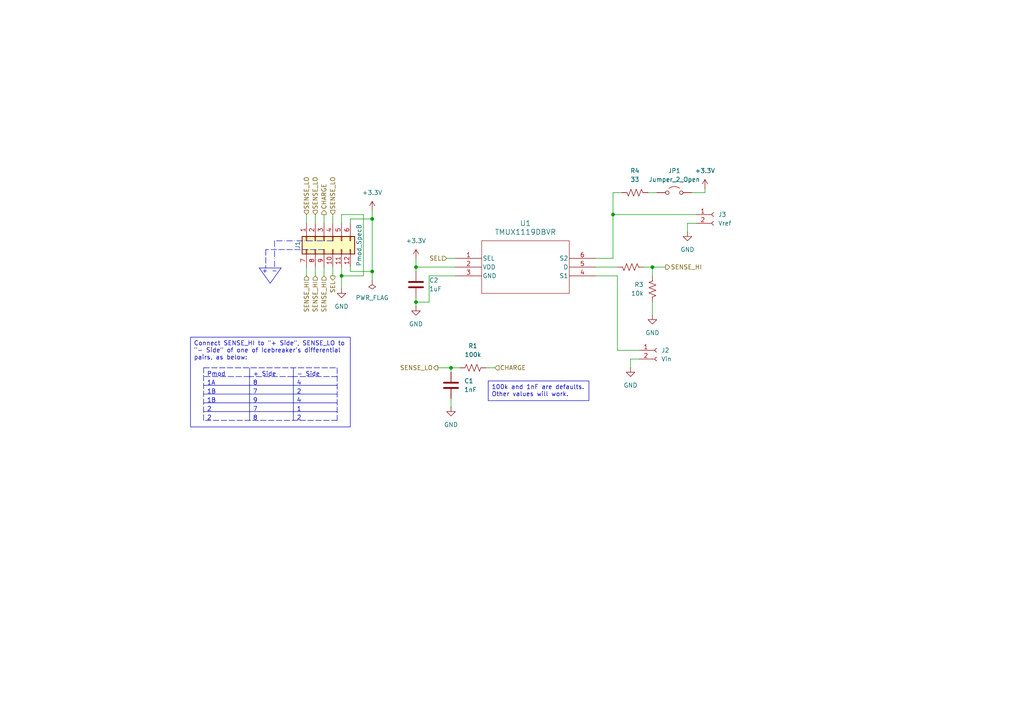
<source format=kicad_sch>
(kicad_sch (version 20250114) (generator "eeschema") (generator_version "9.0")
  (paper "A4")
  (title_block (title "Pmod RC-ADC"))
  (lib_symbols
    (symbol "Connector:Conn_01x02_Socket" (pin_names (offset 1.016) (hide yes))
      (property "Reference" "J" (at 0 2.54 0))
      (property "Value" "Conn_01x02_Socket" (at 0 -5.08 0))
      (symbol "Conn_01x02_Socket_1_1"
        (polyline (pts (xy -1.27 0) (xy -0.508 0)) (stroke (width 0.1524)))
        (polyline (pts (xy -1.27 -2.54) (xy -0.508 -2.54)) (stroke (width 0.1524)))
        (arc (start 0 -0.508) (mid -0.5058 0) (end 0 0.508) (stroke (width 0.1524)))
        (arc (start 0 -3.048) (mid -0.5058 -2.54) (end 0 -2.032) (stroke (width 0.1524)))
        (pin passive line (at -5.08 0 0) (length 3.81) (name "Pin_1") (number "1"))
        (pin passive line (at -5.08 -2.54 0) (length 3.81) (name "Pin_2") (number "2"))
      )
    )
    (symbol "Connector_Generic:Conn_02x06_Top_Bottom" (pin_names (offset 1.016) (hide yes))
      (property "Reference" "J" (at 1.27 7.62 0))
      (property "Value" "Conn_02x06_Top_Bottom" (at 1.27 -10.16 0))
      (symbol "Conn_02x06_Top_Bottom_1_1"
        (rectangle (start -1.27 6.35) (end 3.81 -8.89) (stroke (width 0.254)) (fill (type background)))
        (rectangle (start -1.27 5.207) (end 0 4.953) (stroke (width 0.1524)))
        (rectangle (start -1.27 2.667) (end 0 2.413) (stroke (width 0.1524)))
        (rectangle (start -1.27 0.127) (end 0 -0.127) (stroke (width 0.1524)))
        (rectangle (start -1.27 -2.413) (end 0 -2.667) (stroke (width 0.1524)))
        (rectangle (start -1.27 -4.953) (end 0 -5.207) (stroke (width 0.1524)))
        (rectangle (start -1.27 -7.493) (end 0 -7.747) (stroke (width 0.1524)))
        (rectangle (start 3.81 5.207) (end 2.54 4.953) (stroke (width 0.1524)))
        (rectangle (start 3.81 2.667) (end 2.54 2.413) (stroke (width 0.1524)))
        (rectangle (start 3.81 0.127) (end 2.54 -0.127) (stroke (width 0.1524)))
        (rectangle (start 3.81 -2.413) (end 2.54 -2.667) (stroke (width 0.1524)))
        (rectangle (start 3.81 -4.953) (end 2.54 -5.207) (stroke (width 0.1524)))
        (rectangle (start 3.81 -7.493) (end 2.54 -7.747) (stroke (width 0.1524)))
        (pin passive line (at -5.08 5.08 0) (length 3.81) (name "Pin_1") (number "1"))
        (pin passive line (at -5.08 2.54 0) (length 3.81) (name "Pin_2") (number "2"))
        (pin passive line (at -5.08 0 0) (length 3.81) (name "Pin_3") (number "3"))
        (pin passive line (at -5.08 -2.54 0) (length 3.81) (name "Pin_4") (number "4"))
        (pin passive line (at -5.08 -5.08 0) (length 3.81) (name "Pin_5") (number "5"))
        (pin passive line (at -5.08 -7.62 0) (length 3.81) (name "Pin_6") (number "6"))
        (pin passive line (at 7.62 5.08 180) (length 3.81) (name "Pin_7") (number "7"))
        (pin passive line (at 7.62 2.54 180) (length 3.81) (name "Pin_8") (number "8"))
        (pin passive line (at 7.62 0 180) (length 3.81) (name "Pin_9") (number "9"))
        (pin passive line (at 7.62 -2.54 180) (length 3.81) (name "Pin_10") (number "10"))
        (pin passive line (at 7.62 -5.08 180) (length 3.81) (name "Pin_11") (number "11"))
        (pin passive line (at 7.62 -7.62 180) (length 3.81) (name "Pin_12") (number "12"))
      )
    )
    (symbol "Device:C" (pin_numbers (hide yes)) (pin_names (offset 0.254))
      (property "Reference" "C" (at 0.635 2.54 0))
      (property "Value" "C" (at 0.635 -2.54 0))
      (symbol "C_0_1"
        (polyline (pts (xy -2.032 0.762) (xy 2.032 0.762)) (stroke (width 0.508)))
        (polyline (pts (xy -2.032 -0.762) (xy 2.032 -0.762)) (stroke (width 0.508)))
      )
      (symbol "C_1_1"
        (pin passive line (at 0 3.81 270) (length 2.794) (name "~") (number "1"))
        (pin passive line (at 0 -3.81 90) (length 2.794) (name "~") (number "2"))
      )
    )
    (symbol "Device:R_US" (pin_numbers (hide yes)) (pin_names (offset 0))
      (property "Reference" "R" (at 2.54 0 90))
      (property "Value" "R_US" (at -2.54 0 90))
      (symbol "R_US_0_1"
        (polyline (pts (xy 0 2.286) (xy 0 2.54)))
        (polyline (pts (xy 0 2.286) (xy 1.016 1.905) (xy 0 1.524) (xy -1.016 1.143) (xy 0 0.762)))
        (polyline (pts (xy 0 0.762) (xy 1.016 0.381) (xy 0 0) (xy -1.016 -0.381) (xy 0 -0.762)))
        (polyline (pts (xy 0 -0.762) (xy 1.016 -1.143) (xy 0 -1.524) (xy -1.016 -1.905) (xy 0 -2.286)))
        (polyline (pts (xy 0 -2.286) (xy 0 -2.54)))
      )
      (symbol "R_US_1_1"
        (pin passive line (at 0 3.81 270) (length 1.27) (name "~") (number "1"))
        (pin passive line (at 0 -3.81 90) (length 1.27) (name "~") (number "2"))
      )
    )
    (symbol "Jumper:Jumper_2_Open" (pin_numbers (hide yes)) (pin_names (offset 0) (hide yes)) (exclude_from_sim yes)
      (property "Reference" "JP" (at 0 2.794 0))
      (property "Value" "Jumper_2_Open" (at 0 -2.286 0))
      (symbol "Jumper_2_Open_0_0"
        (circle (center -2.032 0) (radius 0.508))
        (circle (center 2.032 0) (radius 0.508))
      )
      (symbol "Jumper_2_Open_0_1"
        (arc (start -1.524 1.27) (mid 0 1.778) (end 1.524 1.27))
      )
      (symbol "Jumper_2_Open_1_1"
        (pin passive line (at -5.08 0 0) (length 2.54) (name "A") (number "1"))
        (pin passive line (at 5.08 0 180) (length 2.54) (name "B") (number "2"))
      )
    )
    (symbol "pmod-rc:TMUX1119DBVR" (pin_names (offset 0.254))
      (property "Reference" "U" (at 0 10.16 0))
      (property "Value" "TMUX1119DBVR" (at 0 7.62 0))
      (symbol "TMUX1119DBVR_0_1"
        (polyline (pts (xy -12.7 5.08) (xy -12.7 -10.16)) (stroke (width 0.127)))
        (polyline (pts (xy -12.7 -10.16) (xy 12.7 -10.16)) (stroke (width 0.127)))
        (polyline (pts (xy 12.7 5.08) (xy -12.7 5.08)) (stroke (width 0.127)))
        (polyline (pts (xy 12.7 -10.16) (xy 12.7 5.08)) (stroke (width 0.127)))
        (pin input line (at -20.32 0 0) (length 7.62) (name "SEL") (number "1"))
        (pin power_in line (at -20.32 -2.54 0) (length 7.62) (name "VDD") (number "2"))
        (pin power_out line (at -20.32 -5.08 0) (length 7.62) (name "GND") (number "3"))
        (pin bidirectional line (at 20.32 0 180) (length 7.62) (name "S2") (number "6"))
        (pin bidirectional line (at 20.32 -2.54 180) (length 7.62) (name "D") (number "5"))
        (pin bidirectional line (at 20.32 -5.08 180) (length 7.62) (name "S1") (number "4"))
      )
    )
    (symbol "power:+3.3V" (power) (pin_numbers (hide yes)) (pin_names (offset 0) (hide yes))
      (property "Value" "+3.3V" (at 0 3.556 0))
      (symbol "+3.3V_0_1"
        (polyline (pts (xy -0.762 1.27) (xy 0 2.54)))
        (polyline (pts (xy 0 2.54) (xy 0.762 1.27)))
        (polyline (pts (xy 0 0) (xy 0 2.54)))
      )
      (symbol "+3.3V_1_1"
        (pin power_in line (at 0 0 90) (length 0) (name "~") (number "1"))
      )
    )
    (symbol "power:GND" (power) (pin_numbers (hide yes)) (pin_names (offset 0) (hide yes))
      (property "Value" "GND" (at 0 -3.81 0))
      (symbol "GND_0_1"
        (polyline (pts (xy 0 0) (xy 0 -1.27) (xy 1.27 -1.27) (xy 0 -2.54) (xy -1.27 -1.27) (xy 0 -1.27)))
      )
      (symbol "GND_1_1"
        (pin power_in line (at 0 0 270) (length 0) (name "~") (number "1"))
      )
    )
    (symbol "power:PWR_FLAG" (power) (pin_numbers (hide yes)) (pin_names (offset 0) (hide yes))
      (property "Value" "PWR_FLAG" (at 0 3.81 0))
      (symbol "PWR_FLAG_0_0"
        (pin power_out line (at 0 0 90) (length 0) (name "~") (number "1"))
      )
      (symbol "PWR_FLAG_0_1"
        (polyline (pts (xy 0 0) (xy 0 1.27) (xy -1.016 1.905) (xy 0 2.54) (xy 1.016 1.905) (xy 0 1.27)))
      )
    )
  )
  (text "+" (at 76.835 78.74 0) (effects (font (size 1.27 1.27))))
  (text "-" (at 79.629 78.74 0) (effects (font (size 1.27 1.27))))
  (text_box "100k and 1nF are defaults.\nOther values will work." (at 141.605 110.49 0) (size 29.21 5.715) (margins 0.9525 0.9525 0.9525 0.9525) (effects (font (size 1.27 1.27)) (justify left top)))
  (text_box "Connect SENSE_HI to \"+ Side\", SENSE_LO to \"- Side\" of one of Icebreaker's differential pairs, as below:" (at 55.245 97.79 0) (size 46.355 26.035) (margins 0.9525 0.9525 0.9525 0.9525) (effects (font (size 1.27 1.27)) (justify left top)))
  (junction (at 130.81 106.68))
  (junction (at 120.65 77.47))
  (junction (at 107.95 78.74))
  (junction (at 120.65 87.63))
  (junction (at 107.95 63.5))
  (junction (at 99.06 80.01))
  (junction (at 189.23 77.47))
  (junction (at 177.8 62.23))
  (wire (pts (xy 93.98 77.47) (xy 93.98 80.01)))
  (wire (pts (xy 101.6 78.74) (xy 107.95 78.74)))
  (wire (pts (xy 189.23 80.01) (xy 189.23 77.47)))
  (wire (pts (xy 127 106.68) (xy 130.81 106.68)))
  (wire (pts (xy 101.6 63.5) (xy 101.6 64.77)))
  (wire (pts (xy 132.08 74.93) (xy 129.54 74.93)))
  (wire (pts (xy 130.81 115.57) (xy 130.81 118.11)))
  (wire (pts (xy 172.72 80.01) (xy 179.07 80.01)))
  (polyline (pts (xy 96.52 69.85) (xy 79.629 69.85)) (stroke (width 0) (type dash_dot)))
  (wire (pts (xy 96.52 77.47) (xy 96.52 80.01)))
  (wire (pts (xy 120.65 74.93) (xy 120.65 77.47)))
  (wire (pts (xy 107.95 63.5) (xy 101.6 63.5)))
  (wire (pts (xy 88.9 62.23) (xy 88.9 64.77)))
  (wire (pts (xy 107.95 60.96) (xy 107.95 63.5)))
  (wire (pts (xy 199.39 64.77) (xy 199.39 67.31)))
  (wire (pts (xy 177.8 74.93) (xy 177.8 62.23)))
  (polyline (pts (xy 77.089 72.39) (xy 77.089 77.724)) (stroke (width 0) (type dash)))
  (wire (pts (xy 107.95 78.74) (xy 107.95 63.5)))
  (polyline (pts (xy 93.98 72.39) (xy 77.089 72.39)) (stroke (width 0) (type dash)))
  (polyline (pts (xy 79.629 69.85) (xy 79.629 77.724)) (stroke (width 0) (type dash_dot)))
  (wire (pts (xy 179.07 80.01) (xy 179.07 101.6)))
  (wire (pts (xy 182.88 104.14) (xy 182.88 106.68)))
  (wire (pts (xy 124.46 80.01) (xy 132.08 80.01)))
  (polyline (pts (xy 81.534 77.724) (xy 78.359 82.169)))
  (wire (pts (xy 177.8 55.88) (xy 180.34 55.88)))
  (wire (pts (xy 99.06 80.01) (xy 99.06 83.82)))
  (wire (pts (xy 200.66 55.88) (xy 204.47 55.88)))
  (wire (pts (xy 185.42 104.14) (xy 182.88 104.14)))
  (wire (pts (xy 99.06 62.23) (xy 99.06 64.77)))
  (wire (pts (xy 120.65 87.63) (xy 124.46 87.63)))
  (wire (pts (xy 93.98 62.23) (xy 93.98 64.77)))
  (wire (pts (xy 187.96 55.88) (xy 190.5 55.88)))
  (wire (pts (xy 101.6 77.47) (xy 101.6 78.74)))
  (wire (pts (xy 201.93 64.77) (xy 199.39 64.77)))
  (wire (pts (xy 91.44 62.23) (xy 91.44 64.77)))
  (wire (pts (xy 133.35 106.68) (xy 130.81 106.68)))
  (wire (pts (xy 177.8 55.88) (xy 177.8 62.23)))
  (wire (pts (xy 189.23 87.63) (xy 189.23 91.44)))
  (wire (pts (xy 88.9 77.47) (xy 88.9 80.01)))
  (wire (pts (xy 130.81 106.68) (xy 130.81 107.95)))
  (wire (pts (xy 120.65 77.47) (xy 132.08 77.47)))
  (wire (pts (xy 204.47 55.88) (xy 204.47 54.61)))
  (polyline (pts (xy 75.184 77.724) (xy 78.359 82.169)))
  (wire (pts (xy 179.07 101.6) (xy 185.42 101.6)))
  (polyline (pts (xy 75.184 77.724) (xy 81.534 77.724)))
  (wire (pts (xy 91.44 77.47) (xy 91.44 80.01)))
  (wire (pts (xy 120.65 77.47) (xy 120.65 78.74)))
  (wire (pts (xy 189.23 77.47) (xy 186.69 77.47)))
  (wire (pts (xy 140.97 106.68) (xy 143.51 106.68)))
  (wire (pts (xy 124.46 87.63) (xy 124.46 80.01)))
  (wire (pts (xy 107.95 78.74) (xy 107.95 81.28)))
  (wire (pts (xy 177.8 62.23) (xy 201.93 62.23)))
  (wire (pts (xy 99.06 77.47) (xy 99.06 80.01)))
  (wire (pts (xy 120.65 86.36) (xy 120.65 87.63)))
  (wire (pts (xy 96.52 62.23) (xy 96.52 64.77)))
  (wire (pts (xy 105.41 62.23) (xy 99.06 62.23)))
  (wire (pts (xy 120.65 87.63) (xy 120.65 88.9)))
  (wire (pts (xy 99.06 80.01) (xy 105.41 80.01)))
  (wire (pts (xy 105.41 80.01) (xy 105.41 62.23)))
  (wire (pts (xy 193.04 77.47) (xy 189.23 77.47)))
  (wire (pts (xy 179.07 77.47) (xy 172.72 77.47)))
  (wire (pts (xy 172.72 74.93) (xy 177.8 74.93)))
  (table (column_count 3) (border (external yes) (header yes) (stroke (width 0.2) (type dash))) (separators (rows yes) (cols yes)) (column_widths 13.335 12.7 12.7) (row_heights 2.54 2.54 2.54 2.54 2.54 2.54) (cells (table_cell "Pmod" (at 59.055 106.68 0) (size 13.335 2.54) (margins 0.9525 0.9525 0.9525 0.9525) (span 1 1)) (table_cell "+ Side" (at 72.39 106.68 0) (size 12.7 2.54) (margins 0.9525 0.9525 0.9525 0.9525) (span 1 1)) (table_cell "- Side" (at 85.09 106.68 0) (size 12.7 2.54) (margins 0.9525 0.9525 0.9525 0.9525) (span 1 1)) (table_cell "1A" (at 59.055 109.22 0) (size 13.335 2.54) (margins 0.9525 0.9525 0.9525 0.9525) (span 1 1)) (table_cell "8" (at 72.39 109.22 0) (size 12.7 2.54) (margins 0.9525 0.9525 0.9525 0.9525) (span 1 1)) (table_cell "4" (at 85.09 109.22 0) (size 12.7 2.54) (margins 0.9525 0.9525 0.9525 0.9525) (span 1 1)) (table_cell "1B" (at 59.055 111.76 0) (size 13.335 2.54) (margins 0.9525 0.9525 0.9525 0.9525) (span 1 1)) (table_cell "7" (at 72.39 111.76 0) (size 12.7 2.54) (margins 0.9525 0.9525 0.9525 0.9525) (span 1 1)) (table_cell "2" (at 85.09 111.76 0) (size 12.7 2.54) (margins 0.9525 0.9525 0.9525 0.9525) (span 1 1)) (table_cell "1B" (at 59.055 114.3 0) (size 13.335 2.54) (margins 0.9525 0.9525 0.9525 0.9525) (span 1 1)) (table_cell "9" (at 72.39 114.3 0) (size 12.7 2.54) (margins 0.9525 0.9525 0.9525 0.9525) (span 1 1)) (table_cell "4" (at 85.09 114.3 0) (size 12.7 2.54) (margins 0.9525 0.9525 0.9525 0.9525) (span 1 1)) (table_cell "2" (at 59.055 116.84 0) (size 13.335 2.54) (margins 0.9525 0.9525 0.9525 0.9525) (span 1 1)) (table_cell "7" (at 72.39 116.84 0) (size 12.7 2.54) (margins 0.9525 0.9525 0.9525 0.9525) (span 1 1)) (table_cell "1" (at 85.09 116.84 0) (size 12.7 2.54) (margins 0.9525 0.9525 0.9525 0.9525) (span 1 1)) (table_cell "2" (at 59.055 119.38 0) (size 13.335 2.54) (margins 0.9525 0.9525 0.9525 0.9525) (span 1 1)) (table_cell "8" (at 72.39 119.38 0) (size 12.7 2.54) (margins 0.9525 0.9525 0.9525 0.9525) (span 1 1)) (table_cell "2" (at 85.09 119.38 0) (size 12.7 2.54) (margins 0.9525 0.9525 0.9525 0.9525) (span 1 1))))
  (hierarchical_label "CHARGE" (shape output) (at 93.98 62.23 90))
  (hierarchical_label "SENSE_LO" (shape input) (at 96.52 62.23 90))
  (hierarchical_label "SENSE_LO" (shape input) (at 91.44 62.23 90))
  (hierarchical_label "SEL" (shape input) (at 129.54 74.93 180))
  (hierarchical_label "SENSE_LO" (shape input) (at 88.9 62.23 90))
  (hierarchical_label "SENSE_LO" (shape output) (at 127 106.68 180))
  (hierarchical_label "SEL" (shape output) (at 96.52 80.01 270))
  (hierarchical_label "CHARGE" (shape input) (at 143.51 106.68 0))
  (hierarchical_label "SENSE_HI" (shape input) (at 91.44 80.01 270))
  (hierarchical_label "SENSE_HI" (shape input) (at 88.9 80.01 270))
  (hierarchical_label "SENSE_HI" (shape input) (at 93.98 80.01 270))
  (hierarchical_label "SENSE_HI" (shape output) (at 193.04 77.47 0))
  (symbol (lib_id "power:GND") (at 99.06 83.82 0) (unit 1)
    (property "Reference" "#PWR02" (effects (hide yes)))
    (property "Value" "GND" (at 99.06 88.9 0))
    (property "Description" "Power symbol creates a global label with name \"GND\" , ground" (effects (hide yes)))
  )
  (symbol (lib_id "Device:R_US") (at 189.23 83.82 0) (mirror x) (unit 1)
    (property "Reference" "R3" (at 186.69 82.5499 0) (effects (justify right)))
    (property "Value" "10k" (at 186.69 85.0899 0) (effects (justify right)))
    (property "Footprint" "Resistor_SMD:R_0603_1608Metric_Pad0.98x0.95mm_HandSolder" (effects (hide yes)))
    (property "Datasheet" "https://industrial.panasonic.com/cdbs/www-data/pdf/RDM0000/RDM0000C331.pdf" (effects (hide yes)))
    (property "Description" "Resistor, US symbol" (effects (hide yes)))
    (property "MFR" "Panasonic" (effects (hide yes)))
    (property "MPN" "ERA3VRW1002V" (effects (hide yes)))
  )
  (symbol (lib_id "Device:R_US") (at 182.88 77.47 270) (mirror x) (unit 1)
    (property "Reference" "R2" (effects (hide yes)))
    (property "Value" "10k" (effects (hide yes)))
    (property "Footprint" "Resistor_SMD:R_0603_1608Metric_Pad0.98x0.95mm_HandSolder" (effects (hide yes)))
    (property "Datasheet" "https://industrial.panasonic.com/cdbs/www-data/pdf/RDM0000/RDM0000C331.pdf" (effects (hide yes)))
    (property "Description" "Resistor, US symbol" (effects (hide yes)))
    (property "MFR" "Panasonic" (effects (hide yes)))
  )
  (symbol (lib_id "Device:R_US") (at 137.16 106.68 90) (unit 1)
    (property "Reference" "R1" (at 137.16 100.33 90))
    (property "Value" "100k" (at 137.16 102.87 90))
    (property "Footprint" "Resistor_SMD:R_0603_1608Metric_Pad0.98x0.95mm_HandSolder" (effects (hide yes)))
    (property "Datasheet" "https://industrial.panasonic.com/cdbs/www-data/pdf/RDM0000/RDM0000C331.pdf" (effects (hide yes)))
    (property "Description" "Resistor, US symbol" (effects (hide yes)))
    (property "MFR" "Panasonic" (effects (hide yes)))
    (property "MPN" "ERA3VRW1003V" (effects (hide yes)))
  )
  (symbol (lib_id "pmod-rc:TMUX1119DBVR") (at 152.4 74.93 0) (unit 1)
    (property "Reference" "U1" (at 152.4 64.77 0) (effects (font (size 1.524 1.524))))
    (property "Value" "TMUX1119DBVR" (at 152.4 67.31 0) (effects (font (size 1.524 1.524))))
    (property "Footprint" "Package_TO_SOT_SMD:SOT-23-6_Handsoldering" (effects (hide yes)))
    (property "Datasheet" "https://www.ti.com/lit/gpn/tmux1119" (effects (hide yes)))
    (property "Description" "2:1 analog multiplexer" (effects (hide yes)))
  )
  (symbol (lib_id "power:GND") (at 182.88 106.68 0) (unit 1)
    (property "Reference" "#PWR04" (effects (hide yes)))
    (property "Value" "GND" (at 182.88 111.76 0))
    (property "Description" "Power symbol creates a global label with name \"GND\" , ground" (effects (hide yes)))
  )
  (symbol (lib_id "power:+3.3V") (at 120.65 74.93 0) (unit 1)
    (property "Reference" "#PWR011" (effects (hide yes)))
    (property "Value" "+3.3V" (at 120.65 69.85 0))
    (property "Description" "Power symbol creates a global label with name \"+3.3V\"" (effects (hide yes)))
  )
  (symbol (lib_id "Device:R_US") (at 184.15 55.88 270) (mirror x) (unit 1)
    (property "Reference" "R4" (at 184.15 49.53 90))
    (property "Value" "33" (at 184.15 52.07 90))
    (property "Footprint" "Resistor_SMD:R_0805_2012Metric_Pad1.20x1.40mm_HandSolder" (effects (hide yes)))
    (property "Datasheet" "https://industrial.panasonic.com/cdbs/www-data/pdf/RDO0000/AOA0000C331.pdf" (effects (hide yes)))
    (property "Description" "Resistor, US symbol" (effects (hide yes)))
    (property "MFR" "Panasonic" (effects (hide yes)))
    (property "MPN" "ERJP06J330V" (effects (hide yes)))
  )
  (symbol (lib_id "Jumper:Jumper_2_Open") (at 195.58 55.88 0) (unit 1) (exclude_from_sim yes)
    (property "Reference" "JP1" (at 195.58 49.53 0))
    (property "Value" "Jumper_2_Open" (at 195.58 52.07 0))
    (property "Footprint" "Connector_PinHeader_2.54mm:PinHeader_1x02_P2.54mm_Vertical" (effects (hide yes)))
    (property "Description" "Jumper, 2-pole, open" (effects (hide yes)))
  )
  (symbol (lib_id "power:GND") (at 120.65 88.9 0) (unit 1)
    (property "Reference" "#PWR010" (effects (hide yes)))
    (property "Value" "GND" (at 120.65 93.98 0))
    (property "Description" "Power symbol creates a global label with name \"GND\" , ground" (effects (hide yes)))
  )
  (symbol (lib_id "Connector:Conn_01x02_Socket") (at 190.5 101.6 0) (unit 1)
    (property "Reference" "J2" (at 191.77 101.5999 0) (effects (justify left)))
    (property "Value" "Vin" (at 191.77 104.1399 0) (effects (justify left)))
    (property "Footprint" "Connector_PinHeader_2.54mm:PinHeader_1x02_P2.54mm_Vertical" (effects (hide yes)))
    (property "Description" "Generic connector, single row, 01x02, script generated" (effects (hide yes)))
  )
  (symbol (lib_id "power:GND") (at 130.81 118.11 0) (unit 1)
    (property "Reference" "#PWR03" (effects (hide yes)))
    (property "Value" "GND" (at 130.81 123.19 0))
    (property "Description" "Power symbol creates a global label with name \"GND\" , ground" (effects (hide yes)))
  )
  (symbol (lib_id "Device:C") (at 130.81 111.76 0) (unit 1)
    (property "Reference" "C1" (at 134.62 110.4899 0) (effects (justify left)))
    (property "Value" "1nF" (at 134.62 113.0299 0) (effects (justify left)))
    (property "Footprint" "Capacitor_SMD:C_0603_1608Metric_Pad1.08x0.95mm_HandSolder" (effects (hide yes)))
    (property "Datasheet" "https://spicat.kyocera-avx.com/datasheet/KGM15AR71C102JM" (effects (hide yes)))
    (property "Description" "Unpolarized capacitor" (effects (hide yes)))
    (property "MFR" "Kyocera AVX" (effects (hide yes)))
    (property "MPN" "KGM15AR71C102JM" (effects (hide yes)))
  )
  (symbol (lib_id "power:+3.3V") (at 107.95 60.96 0) (unit 1)
    (property "Reference" "#PWR01" (effects (hide yes)))
    (property "Value" "+3.3V" (at 107.95 55.88 0))
    (property "Description" "Power symbol creates a global label with name \"+3.3V\"" (effects (hide yes)))
  )
  (symbol (lib_id "Connector_Generic:Conn_02x06_Top_Bottom") (at 93.98 69.85 90) (mirror x) (unit 1)
    (property "Reference" "J1" (at 86.36 71.12 0))
    (property "Value" "Pmod_SpecB" (at 104.14 71.12 0))
    (property "Footprint" "pmod-rc:Pmod_SpecB" (effects (hide yes)))
    (property "Datasheet" "https://suddendocs.samtec.com/catalog_english/tsw_th.pdf" (effects (hide yes)))
    (property "Description" "Generic connector, double row, 02x06, top/bottom pin numbering scheme (row 1: 1...pins_per_row, row2: pins_per_row+1 ... num_pins), script generated (kicad-library-utils/schlib/autogen/connector/)" (effects (hide yes)))
    (property "MFR" "Samtec" (effects (hide yes)))
    (property "MPN" "TSW-106-25-F-D-RA" (effects (hide yes)))
    (property "OC_DIGIKEY" "TSW-106-25-F-D-RA-ND" (effects (hide yes)))
    (property "URL_DIGIKEY" "https://www.digikey.com/en/products/detail/samtec-inc/TSW-106-25-F-D-RA/7867388" (effects (hide yes)))
  )
  (symbol (lib_id "power:GND") (at 199.39 67.31 0) (unit 1)
    (property "Reference" "#PWR08" (effects (hide yes)))
    (property "Value" "GND" (at 199.39 72.39 0))
    (property "Description" "Power symbol creates a global label with name \"GND\" , ground" (effects (hide yes)))
  )
  (symbol (lib_id "Connector:Conn_01x02_Socket") (at 207.01 62.23 0) (unit 1)
    (property "Reference" "J3" (at 208.28 62.2299 0) (effects (justify left)))
    (property "Value" "Vref" (at 208.28 64.7699 0) (effects (justify left)))
    (property "Footprint" "Connector_PinHeader_2.54mm:PinHeader_1x02_P2.54mm_Vertical" (effects (hide yes)))
    (property "Description" "Generic connector, single row, 01x02, script generated" (effects (hide yes)))
  )
  (symbol (lib_id "power:PWR_FLAG") (at 107.95 81.28 180) (unit 1)
    (property "Reference" "#FLG01" (effects (hide yes)))
    (property "Value" "PWR_FLAG" (at 107.95 86.36 0))
    (property "Description" "Special symbol for telling ERC where power comes from" (effects (hide yes)))
  )
  (symbol (lib_id "power:+3.3V") (at 204.47 54.61 0) (mirror y) (unit 1)
    (property "Reference" "#PWR06" (effects (hide yes)))
    (property "Value" "+3.3V" (at 204.47 49.53 0))
    (property "Description" "Power symbol creates a global label with name \"+3.3V\"" (effects (hide yes)))
  )
  (symbol (lib_id "Device:C") (at 120.65 82.55 0) (unit 1)
    (property "Reference" "C2" (at 124.46 81.2799 0) (effects (justify left)))
    (property "Value" "1uF" (at 124.46 83.8199 0) (effects (justify left)))
    (property "Footprint" "Capacitor_SMD:C_0603_1608Metric_Pad1.08x0.95mm_HandSolder" (effects (hide yes)))
    (property "Datasheet" "https://datasheets.kyocera-avx.com/KGM_X7R.pdf" (effects (hide yes)))
    (property "Description" "Unpolarized capacitor" (effects (hide yes)))
    (property "MFR" "Kyocera AVX" (effects (hide yes)))
    (property "MPN" "KGM15BR71C105KT" (effects (hide yes)))
  )
  (symbol (lib_id "power:GND") (at 189.23 91.44 0) (mirror y) (unit 1)
    (property "Reference" "#PWR05" (effects (hide yes)))
    (property "Value" "GND" (at 189.23 96.52 0))
    (property "Description" "Power symbol creates a global label with name \"GND\" , ground" (effects (hide yes)))
  )
)
</source>
